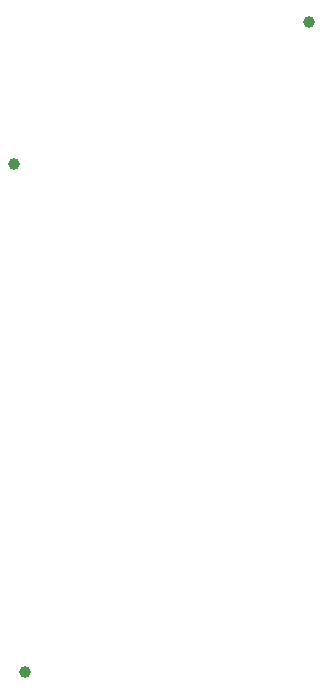
<source format=gbp>
G04*
G04 #@! TF.GenerationSoftware,Altium Limited,Altium Designer,20.2.6 (244)*
G04*
G04 Layer_Color=128*
%FSLAX25Y25*%
%MOIN*%
G70*
G04*
G04 #@! TF.SameCoordinates,4CC05358-3F16-40D4-8D58-78DA4269A7D2*
G04*
G04*
G04 #@! TF.FilePolarity,Positive*
G04*
G01*
G75*
%ADD20C,0.03937*%
D20*
X106299Y228346D02*
D03*
X11811Y11811D02*
D03*
X7874Y181102D02*
D03*
M02*

</source>
